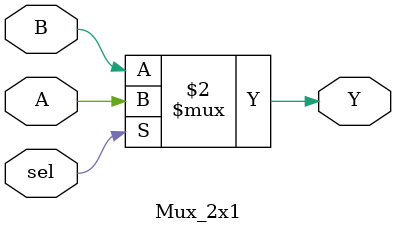
<source format=v>
`timescale 1ns / 1ps


module Mux_2x1(
    input A,
    input B,
    input sel,
    output Y
    );
    assign Y = (sel == 1'b1 ? A : B);
endmodule

</source>
